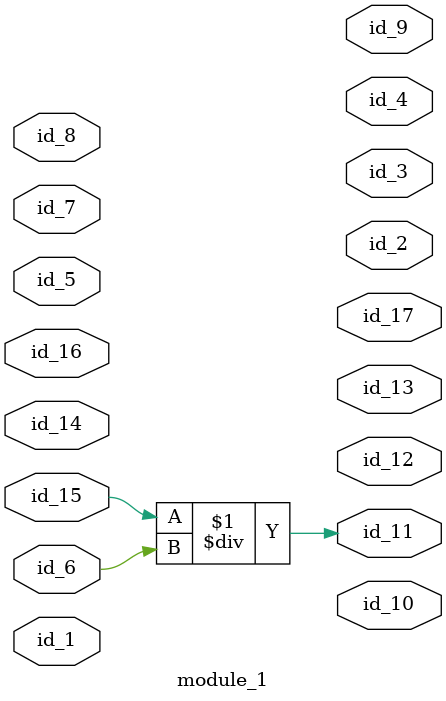
<source format=v>
module module_0 ();
  assign id_1 = "";
endmodule
module module_1 (
    id_1,
    id_2,
    id_3,
    id_4,
    id_5,
    id_6,
    id_7,
    id_8,
    id_9,
    id_10,
    id_11,
    id_12,
    id_13,
    id_14,
    id_15,
    id_16,
    id_17
);
  output wire id_17;
  inout wire id_16;
  inout wire id_15;
  input wire id_14;
  output wire id_13;
  output wire id_12;
  output wire id_11;
  output wire id_10;
  output wire id_9;
  input wire id_8;
  inout wire id_7;
  inout wire id_6;
  inout wire id_5;
  output wire id_4;
  output wire id_3;
  output wire id_2;
  input wire id_1;
  assign id_11 = (id_15) / id_6;
  module_0 modCall_1 ();
endmodule

</source>
